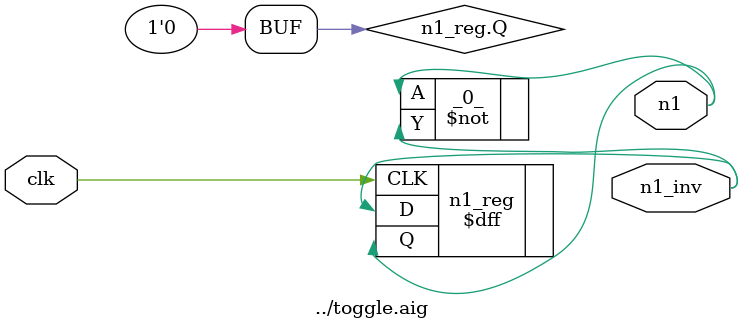
<source format=v>
/* Generated by Yosys 0.8+316 (git sha1 57c2763f, clang 4.0.1-6 -fPIC -Os) */

module \../toggle.aig (clk, n1, n1_inv);
  input clk;
  output n1;
  output n1_inv;
  \$not  #(
    .A_SIGNED(32'd0),
    .A_WIDTH(32'd1),
    .Y_WIDTH(32'd1)
  ) _0_ (
    .A(n1),
    .Y(n1_inv)
  );
  \$dff  #(
    .CLK_POLARITY(1'h1),
    .WIDTH(32'd1)
  ) n1_reg /* _1_ */ (
    .CLK(clk),
    .D(n1_inv),
    .Q(n1)
  );
  initial n1_reg.Q = 1'h0;
endmodule

</source>
